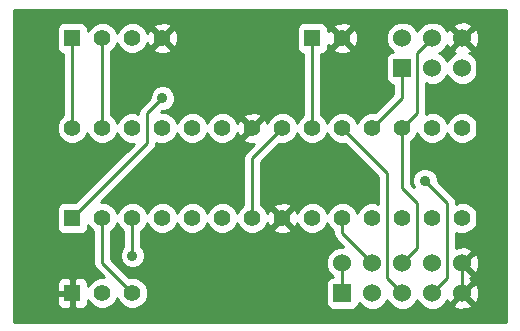
<source format=gtl>
G04 (created by PCBNEW (2013-04-19 BZR 4011)-stable) date 5/10/2013 9:41:03 PM*
%MOIN*%
G04 Gerber Fmt 3.4, Leading zero omitted, Abs format*
%FSLAX34Y34*%
G01*
G70*
G90*
G04 APERTURE LIST*
%ADD10C,0.006*%
%ADD11R,0.055X0.055*%
%ADD12C,0.055*%
%ADD13R,0.06X0.06*%
%ADD14C,0.06*%
%ADD15C,0.035*%
%ADD16C,0.01*%
G04 APERTURE END LIST*
G54D10*
G54D11*
X73500Y-39500D03*
G54D12*
X74500Y-39500D03*
X75500Y-39500D03*
X76500Y-39500D03*
G54D11*
X81500Y-39500D03*
G54D12*
X82500Y-39500D03*
G54D13*
X82500Y-48000D03*
G54D14*
X82500Y-47000D03*
X83500Y-48000D03*
X83500Y-47000D03*
X84500Y-48000D03*
X84500Y-47000D03*
X85500Y-48000D03*
X85500Y-47000D03*
X86500Y-48000D03*
X86500Y-47000D03*
G54D12*
X74500Y-45500D03*
X75500Y-45500D03*
X76500Y-45500D03*
X77500Y-45500D03*
X78500Y-45500D03*
X79500Y-45500D03*
X80500Y-45500D03*
X81500Y-45500D03*
X82500Y-45500D03*
X83500Y-45500D03*
X84500Y-45500D03*
X85500Y-45500D03*
X86500Y-45500D03*
G54D11*
X73500Y-45500D03*
G54D12*
X86500Y-42500D03*
X85500Y-42500D03*
X84500Y-42500D03*
X83500Y-42500D03*
X82500Y-42500D03*
X81500Y-42500D03*
X80500Y-42500D03*
X79500Y-42500D03*
X78500Y-42500D03*
X77500Y-42500D03*
X76500Y-42500D03*
X75500Y-42500D03*
X74500Y-42500D03*
X73500Y-42500D03*
G54D13*
X84500Y-40500D03*
G54D14*
X84500Y-39500D03*
X85500Y-40500D03*
X85500Y-39500D03*
X86500Y-40500D03*
X86500Y-39500D03*
G54D11*
X73500Y-48000D03*
G54D12*
X74500Y-48000D03*
X75500Y-48000D03*
G54D15*
X85250Y-44250D03*
X76500Y-41500D03*
X75500Y-46750D03*
G54D16*
X85250Y-44250D02*
X86000Y-45000D01*
X86000Y-45000D02*
X86000Y-47500D01*
X86000Y-47500D02*
X85500Y-48000D01*
X83500Y-42500D02*
X84500Y-41500D01*
X84500Y-41500D02*
X84500Y-40500D01*
X84500Y-42500D02*
X85000Y-42000D01*
X85000Y-42000D02*
X85000Y-40000D01*
X85000Y-40000D02*
X85500Y-39500D01*
X84500Y-47000D02*
X85000Y-46500D01*
X85000Y-46500D02*
X85000Y-45000D01*
X85000Y-45000D02*
X84500Y-44500D01*
X84500Y-44500D02*
X84500Y-42500D01*
X73500Y-45500D02*
X76000Y-43000D01*
X76000Y-43000D02*
X76000Y-42000D01*
X76000Y-42000D02*
X76500Y-41500D01*
X75500Y-48000D02*
X74500Y-47000D01*
X74500Y-47000D02*
X74500Y-45500D01*
X82500Y-42500D02*
X84000Y-44000D01*
X84000Y-44000D02*
X84000Y-47500D01*
X84000Y-47500D02*
X84500Y-48000D01*
X73500Y-42500D02*
X73500Y-39500D01*
X74500Y-42500D02*
X74500Y-39500D01*
X75500Y-46750D02*
X75500Y-45500D01*
X86500Y-47000D02*
X87000Y-46500D01*
X87000Y-46500D02*
X87000Y-40000D01*
X87000Y-40000D02*
X86500Y-39500D01*
X86500Y-48000D02*
X86500Y-47000D01*
X83500Y-47000D02*
X82500Y-46000D01*
X82500Y-46000D02*
X82500Y-45500D01*
X80500Y-42500D02*
X79500Y-43500D01*
X79500Y-43500D02*
X79500Y-45500D01*
X81500Y-39500D02*
X81500Y-42500D01*
X82500Y-47000D02*
X82500Y-48000D01*
G54D10*
G36*
X87950Y-48950D02*
X87054Y-48950D01*
X87054Y-48081D01*
X87054Y-47081D01*
X87054Y-39581D01*
X87043Y-39363D01*
X86981Y-39212D01*
X86885Y-39184D01*
X86815Y-39255D01*
X86815Y-39114D01*
X86787Y-39018D01*
X86581Y-38945D01*
X86363Y-38956D01*
X86212Y-39018D01*
X86184Y-39114D01*
X86500Y-39429D01*
X86815Y-39114D01*
X86815Y-39255D01*
X86570Y-39500D01*
X86885Y-39815D01*
X86981Y-39787D01*
X87054Y-39581D01*
X87054Y-47081D01*
X87050Y-46988D01*
X87050Y-40391D01*
X86966Y-40188D01*
X86811Y-40034D01*
X86736Y-40002D01*
X86787Y-39981D01*
X86815Y-39885D01*
X86500Y-39570D01*
X86184Y-39885D01*
X86212Y-39981D01*
X86267Y-40000D01*
X86188Y-40033D01*
X86034Y-40188D01*
X86000Y-40269D01*
X85966Y-40188D01*
X85811Y-40034D01*
X85730Y-40000D01*
X85811Y-39966D01*
X85965Y-39811D01*
X85997Y-39736D01*
X86018Y-39787D01*
X86114Y-39815D01*
X86429Y-39500D01*
X86114Y-39184D01*
X86018Y-39212D01*
X85999Y-39267D01*
X85966Y-39188D01*
X85811Y-39034D01*
X85609Y-38950D01*
X85391Y-38949D01*
X85188Y-39033D01*
X85034Y-39188D01*
X85000Y-39269D01*
X84966Y-39188D01*
X84811Y-39034D01*
X84609Y-38950D01*
X84391Y-38949D01*
X84188Y-39033D01*
X84034Y-39188D01*
X83950Y-39390D01*
X83949Y-39608D01*
X84033Y-39811D01*
X84172Y-39949D01*
X84150Y-39949D01*
X84058Y-39987D01*
X83988Y-40058D01*
X83950Y-40150D01*
X83949Y-40249D01*
X83949Y-40849D01*
X83987Y-40941D01*
X84058Y-41011D01*
X84150Y-41049D01*
X84200Y-41049D01*
X84200Y-41375D01*
X83600Y-41975D01*
X83396Y-41974D01*
X83203Y-42054D01*
X83055Y-42202D01*
X83029Y-42263D01*
X83029Y-39575D01*
X83018Y-39367D01*
X82960Y-39227D01*
X82867Y-39202D01*
X82797Y-39273D01*
X82797Y-39132D01*
X82772Y-39039D01*
X82575Y-38970D01*
X82367Y-38981D01*
X82227Y-39039D01*
X82202Y-39132D01*
X82500Y-39429D01*
X82797Y-39132D01*
X82797Y-39273D01*
X82570Y-39500D01*
X82867Y-39797D01*
X82960Y-39772D01*
X83029Y-39575D01*
X83029Y-42263D01*
X82999Y-42335D01*
X82945Y-42203D01*
X82797Y-42055D01*
X82797Y-42054D01*
X82797Y-39867D01*
X82500Y-39570D01*
X82202Y-39867D01*
X82227Y-39960D01*
X82424Y-40029D01*
X82632Y-40018D01*
X82772Y-39960D01*
X82797Y-39867D01*
X82797Y-42054D01*
X82604Y-41975D01*
X82396Y-41974D01*
X82203Y-42054D01*
X82055Y-42202D01*
X81999Y-42335D01*
X81945Y-42203D01*
X81800Y-42057D01*
X81800Y-40025D01*
X81824Y-40025D01*
X81916Y-39987D01*
X81986Y-39916D01*
X82024Y-39824D01*
X82025Y-39737D01*
X82039Y-39772D01*
X82132Y-39797D01*
X82429Y-39500D01*
X82132Y-39202D01*
X82039Y-39227D01*
X82025Y-39268D01*
X82025Y-39175D01*
X81987Y-39083D01*
X81916Y-39013D01*
X81824Y-38975D01*
X81725Y-38974D01*
X81175Y-38974D01*
X81083Y-39012D01*
X81013Y-39083D01*
X80975Y-39175D01*
X80974Y-39274D01*
X80974Y-39824D01*
X81012Y-39916D01*
X81083Y-39986D01*
X81175Y-40024D01*
X81200Y-40024D01*
X81200Y-42057D01*
X81055Y-42202D01*
X80999Y-42335D01*
X80945Y-42203D01*
X80797Y-42055D01*
X80604Y-41975D01*
X80396Y-41974D01*
X80203Y-42054D01*
X80055Y-42202D01*
X80002Y-42328D01*
X79960Y-42227D01*
X79867Y-42202D01*
X79797Y-42273D01*
X79797Y-42132D01*
X79772Y-42039D01*
X79575Y-41970D01*
X79367Y-41981D01*
X79227Y-42039D01*
X79202Y-42132D01*
X79500Y-42429D01*
X79797Y-42132D01*
X79797Y-42273D01*
X79570Y-42500D01*
X79576Y-42505D01*
X79505Y-42576D01*
X79500Y-42570D01*
X79202Y-42867D01*
X79227Y-42960D01*
X79424Y-43029D01*
X79552Y-43022D01*
X79287Y-43287D01*
X79222Y-43385D01*
X79200Y-43500D01*
X79200Y-45057D01*
X79055Y-45202D01*
X78999Y-45335D01*
X78945Y-45203D01*
X78797Y-45055D01*
X78604Y-44975D01*
X78396Y-44974D01*
X78203Y-45054D01*
X78055Y-45202D01*
X77999Y-45335D01*
X77945Y-45203D01*
X77797Y-45055D01*
X77604Y-44975D01*
X77396Y-44974D01*
X77203Y-45054D01*
X77055Y-45202D01*
X76999Y-45335D01*
X76945Y-45203D01*
X76797Y-45055D01*
X76604Y-44975D01*
X76396Y-44974D01*
X76203Y-45054D01*
X76055Y-45202D01*
X75999Y-45335D01*
X75945Y-45203D01*
X75797Y-45055D01*
X75604Y-44975D01*
X75396Y-44974D01*
X75203Y-45054D01*
X75055Y-45202D01*
X74999Y-45335D01*
X74945Y-45203D01*
X74797Y-45055D01*
X74604Y-44975D01*
X74449Y-44974D01*
X76212Y-43212D01*
X76277Y-43114D01*
X76299Y-43000D01*
X76300Y-43000D01*
X76300Y-42985D01*
X76395Y-43024D01*
X76603Y-43025D01*
X76797Y-42945D01*
X76944Y-42797D01*
X77000Y-42664D01*
X77054Y-42797D01*
X77202Y-42944D01*
X77395Y-43024D01*
X77603Y-43025D01*
X77797Y-42945D01*
X77944Y-42797D01*
X78000Y-42664D01*
X78054Y-42797D01*
X78202Y-42944D01*
X78395Y-43024D01*
X78603Y-43025D01*
X78797Y-42945D01*
X78944Y-42797D01*
X78997Y-42671D01*
X79039Y-42772D01*
X79132Y-42797D01*
X79429Y-42500D01*
X79132Y-42202D01*
X79039Y-42227D01*
X79000Y-42337D01*
X78945Y-42203D01*
X78797Y-42055D01*
X78604Y-41975D01*
X78396Y-41974D01*
X78203Y-42054D01*
X78055Y-42202D01*
X77999Y-42335D01*
X77945Y-42203D01*
X77797Y-42055D01*
X77604Y-41975D01*
X77396Y-41974D01*
X77203Y-42054D01*
X77055Y-42202D01*
X77029Y-42263D01*
X77029Y-39575D01*
X77018Y-39367D01*
X76960Y-39227D01*
X76867Y-39202D01*
X76797Y-39273D01*
X76797Y-39132D01*
X76772Y-39039D01*
X76575Y-38970D01*
X76367Y-38981D01*
X76227Y-39039D01*
X76202Y-39132D01*
X76500Y-39429D01*
X76797Y-39132D01*
X76797Y-39273D01*
X76570Y-39500D01*
X76867Y-39797D01*
X76960Y-39772D01*
X77029Y-39575D01*
X77029Y-42263D01*
X76999Y-42335D01*
X76945Y-42203D01*
X76797Y-42055D01*
X76604Y-41975D01*
X76449Y-41974D01*
X76499Y-41924D01*
X76584Y-41925D01*
X76740Y-41860D01*
X76860Y-41741D01*
X76924Y-41584D01*
X76925Y-41415D01*
X76860Y-41259D01*
X76797Y-41196D01*
X76797Y-39867D01*
X76500Y-39570D01*
X76202Y-39867D01*
X76227Y-39960D01*
X76424Y-40029D01*
X76632Y-40018D01*
X76772Y-39960D01*
X76797Y-39867D01*
X76797Y-41196D01*
X76741Y-41139D01*
X76584Y-41075D01*
X76415Y-41074D01*
X76259Y-41139D01*
X76139Y-41258D01*
X76075Y-41415D01*
X76074Y-41500D01*
X75787Y-41787D01*
X75722Y-41885D01*
X75700Y-42000D01*
X75700Y-42014D01*
X75604Y-41975D01*
X75396Y-41974D01*
X75203Y-42054D01*
X75055Y-42202D01*
X74999Y-42335D01*
X74945Y-42203D01*
X74800Y-42057D01*
X74800Y-39942D01*
X74944Y-39797D01*
X75000Y-39664D01*
X75054Y-39797D01*
X75202Y-39944D01*
X75395Y-40024D01*
X75603Y-40025D01*
X75797Y-39945D01*
X75944Y-39797D01*
X75997Y-39671D01*
X76039Y-39772D01*
X76132Y-39797D01*
X76429Y-39500D01*
X76132Y-39202D01*
X76039Y-39227D01*
X76000Y-39337D01*
X75945Y-39203D01*
X75797Y-39055D01*
X75604Y-38975D01*
X75396Y-38974D01*
X75203Y-39054D01*
X75055Y-39202D01*
X74999Y-39335D01*
X74945Y-39203D01*
X74797Y-39055D01*
X74604Y-38975D01*
X74396Y-38974D01*
X74203Y-39054D01*
X74055Y-39202D01*
X74025Y-39274D01*
X74025Y-39175D01*
X73987Y-39083D01*
X73916Y-39013D01*
X73824Y-38975D01*
X73725Y-38974D01*
X73175Y-38974D01*
X73083Y-39012D01*
X73013Y-39083D01*
X72975Y-39175D01*
X72974Y-39274D01*
X72974Y-39824D01*
X73012Y-39916D01*
X73083Y-39986D01*
X73175Y-40024D01*
X73200Y-40024D01*
X73200Y-42057D01*
X73055Y-42202D01*
X72975Y-42395D01*
X72974Y-42603D01*
X73054Y-42797D01*
X73202Y-42944D01*
X73395Y-43024D01*
X73603Y-43025D01*
X73797Y-42945D01*
X73944Y-42797D01*
X74000Y-42664D01*
X74054Y-42797D01*
X74202Y-42944D01*
X74395Y-43024D01*
X74603Y-43025D01*
X74797Y-42945D01*
X74944Y-42797D01*
X75000Y-42664D01*
X75054Y-42797D01*
X75202Y-42944D01*
X75395Y-43024D01*
X75550Y-43025D01*
X73600Y-44974D01*
X73175Y-44974D01*
X73083Y-45012D01*
X73013Y-45083D01*
X72975Y-45175D01*
X72974Y-45274D01*
X72974Y-45824D01*
X73012Y-45916D01*
X73083Y-45986D01*
X73175Y-46024D01*
X73274Y-46025D01*
X73824Y-46025D01*
X73916Y-45987D01*
X73986Y-45916D01*
X74024Y-45824D01*
X74025Y-45725D01*
X74025Y-45725D01*
X74054Y-45797D01*
X74200Y-45942D01*
X74200Y-47000D01*
X74222Y-47114D01*
X74287Y-47212D01*
X74550Y-47475D01*
X74396Y-47474D01*
X74203Y-47554D01*
X74055Y-47702D01*
X74025Y-47774D01*
X74025Y-47774D01*
X74024Y-47675D01*
X73986Y-47583D01*
X73916Y-47512D01*
X73824Y-47474D01*
X73612Y-47475D01*
X73550Y-47537D01*
X73550Y-47950D01*
X73557Y-47950D01*
X73557Y-48050D01*
X73550Y-48050D01*
X73550Y-48462D01*
X73612Y-48525D01*
X73824Y-48525D01*
X73916Y-48487D01*
X73986Y-48416D01*
X74024Y-48324D01*
X74025Y-48225D01*
X74025Y-48225D01*
X74054Y-48297D01*
X74202Y-48444D01*
X74395Y-48524D01*
X74603Y-48525D01*
X74797Y-48445D01*
X74944Y-48297D01*
X75000Y-48164D01*
X75054Y-48297D01*
X75202Y-48444D01*
X75395Y-48524D01*
X75603Y-48525D01*
X75797Y-48445D01*
X75944Y-48297D01*
X76024Y-48104D01*
X76025Y-47896D01*
X75945Y-47703D01*
X75797Y-47555D01*
X75604Y-47475D01*
X75399Y-47474D01*
X74800Y-46875D01*
X74800Y-45942D01*
X74944Y-45797D01*
X75000Y-45664D01*
X75054Y-45797D01*
X75200Y-45942D01*
X75200Y-46448D01*
X75139Y-46508D01*
X75075Y-46665D01*
X75074Y-46834D01*
X75139Y-46990D01*
X75258Y-47110D01*
X75415Y-47174D01*
X75584Y-47175D01*
X75740Y-47110D01*
X75860Y-46991D01*
X75924Y-46834D01*
X75925Y-46665D01*
X75860Y-46509D01*
X75800Y-46448D01*
X75800Y-45942D01*
X75944Y-45797D01*
X76000Y-45664D01*
X76054Y-45797D01*
X76202Y-45944D01*
X76395Y-46024D01*
X76603Y-46025D01*
X76797Y-45945D01*
X76944Y-45797D01*
X77000Y-45664D01*
X77054Y-45797D01*
X77202Y-45944D01*
X77395Y-46024D01*
X77603Y-46025D01*
X77797Y-45945D01*
X77944Y-45797D01*
X78000Y-45664D01*
X78054Y-45797D01*
X78202Y-45944D01*
X78395Y-46024D01*
X78603Y-46025D01*
X78797Y-45945D01*
X78944Y-45797D01*
X79000Y-45664D01*
X79054Y-45797D01*
X79202Y-45944D01*
X79395Y-46024D01*
X79603Y-46025D01*
X79797Y-45945D01*
X79944Y-45797D01*
X79997Y-45671D01*
X80039Y-45772D01*
X80132Y-45797D01*
X80429Y-45500D01*
X80132Y-45202D01*
X80039Y-45227D01*
X80000Y-45337D01*
X79945Y-45203D01*
X79800Y-45057D01*
X79800Y-43624D01*
X80399Y-43024D01*
X80603Y-43025D01*
X80797Y-42945D01*
X80944Y-42797D01*
X81000Y-42664D01*
X81054Y-42797D01*
X81202Y-42944D01*
X81395Y-43024D01*
X81603Y-43025D01*
X81797Y-42945D01*
X81944Y-42797D01*
X82000Y-42664D01*
X82054Y-42797D01*
X82202Y-42944D01*
X82395Y-43024D01*
X82600Y-43025D01*
X83700Y-44124D01*
X83700Y-45014D01*
X83604Y-44975D01*
X83396Y-44974D01*
X83203Y-45054D01*
X83055Y-45202D01*
X82999Y-45335D01*
X82945Y-45203D01*
X82797Y-45055D01*
X82604Y-44975D01*
X82396Y-44974D01*
X82203Y-45054D01*
X82055Y-45202D01*
X81999Y-45335D01*
X81945Y-45203D01*
X81797Y-45055D01*
X81604Y-44975D01*
X81396Y-44974D01*
X81203Y-45054D01*
X81055Y-45202D01*
X81002Y-45328D01*
X80960Y-45227D01*
X80867Y-45202D01*
X80797Y-45273D01*
X80797Y-45132D01*
X80772Y-45039D01*
X80575Y-44970D01*
X80367Y-44981D01*
X80227Y-45039D01*
X80202Y-45132D01*
X80500Y-45429D01*
X80797Y-45132D01*
X80797Y-45273D01*
X80570Y-45500D01*
X80867Y-45797D01*
X80960Y-45772D01*
X80999Y-45662D01*
X81054Y-45797D01*
X81202Y-45944D01*
X81395Y-46024D01*
X81603Y-46025D01*
X81797Y-45945D01*
X81944Y-45797D01*
X82000Y-45664D01*
X82054Y-45797D01*
X82200Y-45942D01*
X82200Y-46000D01*
X82222Y-46114D01*
X82287Y-46212D01*
X82525Y-46450D01*
X82391Y-46449D01*
X82188Y-46533D01*
X82034Y-46688D01*
X81950Y-46890D01*
X81949Y-47108D01*
X82033Y-47311D01*
X82172Y-47449D01*
X82150Y-47449D01*
X82058Y-47487D01*
X81988Y-47558D01*
X81950Y-47650D01*
X81949Y-47749D01*
X81949Y-48349D01*
X81987Y-48441D01*
X82058Y-48511D01*
X82150Y-48549D01*
X82249Y-48550D01*
X82849Y-48550D01*
X82941Y-48512D01*
X83011Y-48441D01*
X83049Y-48349D01*
X83049Y-48327D01*
X83188Y-48465D01*
X83390Y-48549D01*
X83608Y-48550D01*
X83811Y-48466D01*
X83965Y-48311D01*
X83999Y-48230D01*
X84033Y-48311D01*
X84188Y-48465D01*
X84390Y-48549D01*
X84608Y-48550D01*
X84811Y-48466D01*
X84965Y-48311D01*
X84999Y-48230D01*
X85033Y-48311D01*
X85188Y-48465D01*
X85390Y-48549D01*
X85608Y-48550D01*
X85811Y-48466D01*
X85965Y-48311D01*
X85997Y-48236D01*
X86018Y-48287D01*
X86114Y-48315D01*
X86429Y-48000D01*
X86423Y-47994D01*
X86494Y-47923D01*
X86500Y-47929D01*
X86815Y-47614D01*
X86787Y-47518D01*
X86739Y-47501D01*
X86787Y-47481D01*
X86815Y-47385D01*
X86500Y-47070D01*
X86494Y-47076D01*
X86423Y-47005D01*
X86429Y-47000D01*
X86423Y-46994D01*
X86494Y-46923D01*
X86500Y-46929D01*
X86815Y-46614D01*
X86787Y-46518D01*
X86581Y-46445D01*
X86363Y-46456D01*
X86300Y-46482D01*
X86300Y-45985D01*
X86395Y-46024D01*
X86603Y-46025D01*
X86797Y-45945D01*
X86944Y-45797D01*
X87024Y-45604D01*
X87025Y-45396D01*
X86945Y-45203D01*
X86797Y-45055D01*
X86604Y-44975D01*
X86396Y-44974D01*
X86300Y-45014D01*
X86300Y-45000D01*
X86299Y-44999D01*
X86277Y-44885D01*
X86212Y-44787D01*
X86212Y-44787D01*
X85674Y-44250D01*
X85675Y-44165D01*
X85610Y-44009D01*
X85491Y-43889D01*
X85334Y-43825D01*
X85165Y-43824D01*
X85009Y-43889D01*
X84889Y-44008D01*
X84825Y-44165D01*
X84824Y-44334D01*
X84871Y-44447D01*
X84800Y-44375D01*
X84800Y-42942D01*
X84944Y-42797D01*
X85000Y-42664D01*
X85054Y-42797D01*
X85202Y-42944D01*
X85395Y-43024D01*
X85603Y-43025D01*
X85797Y-42945D01*
X85944Y-42797D01*
X86000Y-42664D01*
X86054Y-42797D01*
X86202Y-42944D01*
X86395Y-43024D01*
X86603Y-43025D01*
X86797Y-42945D01*
X86944Y-42797D01*
X87024Y-42604D01*
X87025Y-42396D01*
X86945Y-42203D01*
X86797Y-42055D01*
X86604Y-41975D01*
X86396Y-41974D01*
X86203Y-42054D01*
X86055Y-42202D01*
X85999Y-42335D01*
X85945Y-42203D01*
X85797Y-42055D01*
X85604Y-41975D01*
X85396Y-41974D01*
X85296Y-42015D01*
X85299Y-42000D01*
X85300Y-42000D01*
X85300Y-41012D01*
X85390Y-41049D01*
X85608Y-41050D01*
X85811Y-40966D01*
X85965Y-40811D01*
X85999Y-40730D01*
X86033Y-40811D01*
X86188Y-40965D01*
X86390Y-41049D01*
X86608Y-41050D01*
X86811Y-40966D01*
X86965Y-40811D01*
X87049Y-40609D01*
X87050Y-40391D01*
X87050Y-46988D01*
X87043Y-46863D01*
X86981Y-46712D01*
X86885Y-46684D01*
X86570Y-47000D01*
X86885Y-47315D01*
X86981Y-47287D01*
X87054Y-47081D01*
X87054Y-48081D01*
X87043Y-47863D01*
X86981Y-47712D01*
X86885Y-47684D01*
X86570Y-48000D01*
X86885Y-48315D01*
X86981Y-48287D01*
X87054Y-48081D01*
X87054Y-48950D01*
X86815Y-48950D01*
X86815Y-48385D01*
X86500Y-48070D01*
X86184Y-48385D01*
X86212Y-48481D01*
X86418Y-48554D01*
X86636Y-48543D01*
X86787Y-48481D01*
X86815Y-48385D01*
X86815Y-48950D01*
X80797Y-48950D01*
X80797Y-45867D01*
X80500Y-45570D01*
X80202Y-45867D01*
X80227Y-45960D01*
X80424Y-46029D01*
X80632Y-46018D01*
X80772Y-45960D01*
X80797Y-45867D01*
X80797Y-48950D01*
X73450Y-48950D01*
X73450Y-48462D01*
X73450Y-48050D01*
X73450Y-47950D01*
X73450Y-47537D01*
X73387Y-47475D01*
X73175Y-47474D01*
X73083Y-47512D01*
X73013Y-47583D01*
X72975Y-47675D01*
X72974Y-47774D01*
X72975Y-47887D01*
X73037Y-47950D01*
X73450Y-47950D01*
X73450Y-48050D01*
X73037Y-48050D01*
X72975Y-48112D01*
X72974Y-48225D01*
X72975Y-48324D01*
X73013Y-48416D01*
X73083Y-48487D01*
X73175Y-48525D01*
X73387Y-48525D01*
X73450Y-48462D01*
X73450Y-48950D01*
X71550Y-48950D01*
X71550Y-38550D01*
X87950Y-38550D01*
X87950Y-48950D01*
X87950Y-48950D01*
G37*
G54D16*
X87950Y-48950D02*
X87054Y-48950D01*
X87054Y-48081D01*
X87054Y-47081D01*
X87054Y-39581D01*
X87043Y-39363D01*
X86981Y-39212D01*
X86885Y-39184D01*
X86815Y-39255D01*
X86815Y-39114D01*
X86787Y-39018D01*
X86581Y-38945D01*
X86363Y-38956D01*
X86212Y-39018D01*
X86184Y-39114D01*
X86500Y-39429D01*
X86815Y-39114D01*
X86815Y-39255D01*
X86570Y-39500D01*
X86885Y-39815D01*
X86981Y-39787D01*
X87054Y-39581D01*
X87054Y-47081D01*
X87050Y-46988D01*
X87050Y-40391D01*
X86966Y-40188D01*
X86811Y-40034D01*
X86736Y-40002D01*
X86787Y-39981D01*
X86815Y-39885D01*
X86500Y-39570D01*
X86184Y-39885D01*
X86212Y-39981D01*
X86267Y-40000D01*
X86188Y-40033D01*
X86034Y-40188D01*
X86000Y-40269D01*
X85966Y-40188D01*
X85811Y-40034D01*
X85730Y-40000D01*
X85811Y-39966D01*
X85965Y-39811D01*
X85997Y-39736D01*
X86018Y-39787D01*
X86114Y-39815D01*
X86429Y-39500D01*
X86114Y-39184D01*
X86018Y-39212D01*
X85999Y-39267D01*
X85966Y-39188D01*
X85811Y-39034D01*
X85609Y-38950D01*
X85391Y-38949D01*
X85188Y-39033D01*
X85034Y-39188D01*
X85000Y-39269D01*
X84966Y-39188D01*
X84811Y-39034D01*
X84609Y-38950D01*
X84391Y-38949D01*
X84188Y-39033D01*
X84034Y-39188D01*
X83950Y-39390D01*
X83949Y-39608D01*
X84033Y-39811D01*
X84172Y-39949D01*
X84150Y-39949D01*
X84058Y-39987D01*
X83988Y-40058D01*
X83950Y-40150D01*
X83949Y-40249D01*
X83949Y-40849D01*
X83987Y-40941D01*
X84058Y-41011D01*
X84150Y-41049D01*
X84200Y-41049D01*
X84200Y-41375D01*
X83600Y-41975D01*
X83396Y-41974D01*
X83203Y-42054D01*
X83055Y-42202D01*
X83029Y-42263D01*
X83029Y-39575D01*
X83018Y-39367D01*
X82960Y-39227D01*
X82867Y-39202D01*
X82797Y-39273D01*
X82797Y-39132D01*
X82772Y-39039D01*
X82575Y-38970D01*
X82367Y-38981D01*
X82227Y-39039D01*
X82202Y-39132D01*
X82500Y-39429D01*
X82797Y-39132D01*
X82797Y-39273D01*
X82570Y-39500D01*
X82867Y-39797D01*
X82960Y-39772D01*
X83029Y-39575D01*
X83029Y-42263D01*
X82999Y-42335D01*
X82945Y-42203D01*
X82797Y-42055D01*
X82797Y-42054D01*
X82797Y-39867D01*
X82500Y-39570D01*
X82202Y-39867D01*
X82227Y-39960D01*
X82424Y-40029D01*
X82632Y-40018D01*
X82772Y-39960D01*
X82797Y-39867D01*
X82797Y-42054D01*
X82604Y-41975D01*
X82396Y-41974D01*
X82203Y-42054D01*
X82055Y-42202D01*
X81999Y-42335D01*
X81945Y-42203D01*
X81800Y-42057D01*
X81800Y-40025D01*
X81824Y-40025D01*
X81916Y-39987D01*
X81986Y-39916D01*
X82024Y-39824D01*
X82025Y-39737D01*
X82039Y-39772D01*
X82132Y-39797D01*
X82429Y-39500D01*
X82132Y-39202D01*
X82039Y-39227D01*
X82025Y-39268D01*
X82025Y-39175D01*
X81987Y-39083D01*
X81916Y-39013D01*
X81824Y-38975D01*
X81725Y-38974D01*
X81175Y-38974D01*
X81083Y-39012D01*
X81013Y-39083D01*
X80975Y-39175D01*
X80974Y-39274D01*
X80974Y-39824D01*
X81012Y-39916D01*
X81083Y-39986D01*
X81175Y-40024D01*
X81200Y-40024D01*
X81200Y-42057D01*
X81055Y-42202D01*
X80999Y-42335D01*
X80945Y-42203D01*
X80797Y-42055D01*
X80604Y-41975D01*
X80396Y-41974D01*
X80203Y-42054D01*
X80055Y-42202D01*
X80002Y-42328D01*
X79960Y-42227D01*
X79867Y-42202D01*
X79797Y-42273D01*
X79797Y-42132D01*
X79772Y-42039D01*
X79575Y-41970D01*
X79367Y-41981D01*
X79227Y-42039D01*
X79202Y-42132D01*
X79500Y-42429D01*
X79797Y-42132D01*
X79797Y-42273D01*
X79570Y-42500D01*
X79576Y-42505D01*
X79505Y-42576D01*
X79500Y-42570D01*
X79202Y-42867D01*
X79227Y-42960D01*
X79424Y-43029D01*
X79552Y-43022D01*
X79287Y-43287D01*
X79222Y-43385D01*
X79200Y-43500D01*
X79200Y-45057D01*
X79055Y-45202D01*
X78999Y-45335D01*
X78945Y-45203D01*
X78797Y-45055D01*
X78604Y-44975D01*
X78396Y-44974D01*
X78203Y-45054D01*
X78055Y-45202D01*
X77999Y-45335D01*
X77945Y-45203D01*
X77797Y-45055D01*
X77604Y-44975D01*
X77396Y-44974D01*
X77203Y-45054D01*
X77055Y-45202D01*
X76999Y-45335D01*
X76945Y-45203D01*
X76797Y-45055D01*
X76604Y-44975D01*
X76396Y-44974D01*
X76203Y-45054D01*
X76055Y-45202D01*
X75999Y-45335D01*
X75945Y-45203D01*
X75797Y-45055D01*
X75604Y-44975D01*
X75396Y-44974D01*
X75203Y-45054D01*
X75055Y-45202D01*
X74999Y-45335D01*
X74945Y-45203D01*
X74797Y-45055D01*
X74604Y-44975D01*
X74449Y-44974D01*
X76212Y-43212D01*
X76277Y-43114D01*
X76299Y-43000D01*
X76300Y-43000D01*
X76300Y-42985D01*
X76395Y-43024D01*
X76603Y-43025D01*
X76797Y-42945D01*
X76944Y-42797D01*
X77000Y-42664D01*
X77054Y-42797D01*
X77202Y-42944D01*
X77395Y-43024D01*
X77603Y-43025D01*
X77797Y-42945D01*
X77944Y-42797D01*
X78000Y-42664D01*
X78054Y-42797D01*
X78202Y-42944D01*
X78395Y-43024D01*
X78603Y-43025D01*
X78797Y-42945D01*
X78944Y-42797D01*
X78997Y-42671D01*
X79039Y-42772D01*
X79132Y-42797D01*
X79429Y-42500D01*
X79132Y-42202D01*
X79039Y-42227D01*
X79000Y-42337D01*
X78945Y-42203D01*
X78797Y-42055D01*
X78604Y-41975D01*
X78396Y-41974D01*
X78203Y-42054D01*
X78055Y-42202D01*
X77999Y-42335D01*
X77945Y-42203D01*
X77797Y-42055D01*
X77604Y-41975D01*
X77396Y-41974D01*
X77203Y-42054D01*
X77055Y-42202D01*
X77029Y-42263D01*
X77029Y-39575D01*
X77018Y-39367D01*
X76960Y-39227D01*
X76867Y-39202D01*
X76797Y-39273D01*
X76797Y-39132D01*
X76772Y-39039D01*
X76575Y-38970D01*
X76367Y-38981D01*
X76227Y-39039D01*
X76202Y-39132D01*
X76500Y-39429D01*
X76797Y-39132D01*
X76797Y-39273D01*
X76570Y-39500D01*
X76867Y-39797D01*
X76960Y-39772D01*
X77029Y-39575D01*
X77029Y-42263D01*
X76999Y-42335D01*
X76945Y-42203D01*
X76797Y-42055D01*
X76604Y-41975D01*
X76449Y-41974D01*
X76499Y-41924D01*
X76584Y-41925D01*
X76740Y-41860D01*
X76860Y-41741D01*
X76924Y-41584D01*
X76925Y-41415D01*
X76860Y-41259D01*
X76797Y-41196D01*
X76797Y-39867D01*
X76500Y-39570D01*
X76202Y-39867D01*
X76227Y-39960D01*
X76424Y-40029D01*
X76632Y-40018D01*
X76772Y-39960D01*
X76797Y-39867D01*
X76797Y-41196D01*
X76741Y-41139D01*
X76584Y-41075D01*
X76415Y-41074D01*
X76259Y-41139D01*
X76139Y-41258D01*
X76075Y-41415D01*
X76074Y-41500D01*
X75787Y-41787D01*
X75722Y-41885D01*
X75700Y-42000D01*
X75700Y-42014D01*
X75604Y-41975D01*
X75396Y-41974D01*
X75203Y-42054D01*
X75055Y-42202D01*
X74999Y-42335D01*
X74945Y-42203D01*
X74800Y-42057D01*
X74800Y-39942D01*
X74944Y-39797D01*
X75000Y-39664D01*
X75054Y-39797D01*
X75202Y-39944D01*
X75395Y-40024D01*
X75603Y-40025D01*
X75797Y-39945D01*
X75944Y-39797D01*
X75997Y-39671D01*
X76039Y-39772D01*
X76132Y-39797D01*
X76429Y-39500D01*
X76132Y-39202D01*
X76039Y-39227D01*
X76000Y-39337D01*
X75945Y-39203D01*
X75797Y-39055D01*
X75604Y-38975D01*
X75396Y-38974D01*
X75203Y-39054D01*
X75055Y-39202D01*
X74999Y-39335D01*
X74945Y-39203D01*
X74797Y-39055D01*
X74604Y-38975D01*
X74396Y-38974D01*
X74203Y-39054D01*
X74055Y-39202D01*
X74025Y-39274D01*
X74025Y-39175D01*
X73987Y-39083D01*
X73916Y-39013D01*
X73824Y-38975D01*
X73725Y-38974D01*
X73175Y-38974D01*
X73083Y-39012D01*
X73013Y-39083D01*
X72975Y-39175D01*
X72974Y-39274D01*
X72974Y-39824D01*
X73012Y-39916D01*
X73083Y-39986D01*
X73175Y-40024D01*
X73200Y-40024D01*
X73200Y-42057D01*
X73055Y-42202D01*
X72975Y-42395D01*
X72974Y-42603D01*
X73054Y-42797D01*
X73202Y-42944D01*
X73395Y-43024D01*
X73603Y-43025D01*
X73797Y-42945D01*
X73944Y-42797D01*
X74000Y-42664D01*
X74054Y-42797D01*
X74202Y-42944D01*
X74395Y-43024D01*
X74603Y-43025D01*
X74797Y-42945D01*
X74944Y-42797D01*
X75000Y-42664D01*
X75054Y-42797D01*
X75202Y-42944D01*
X75395Y-43024D01*
X75550Y-43025D01*
X73600Y-44974D01*
X73175Y-44974D01*
X73083Y-45012D01*
X73013Y-45083D01*
X72975Y-45175D01*
X72974Y-45274D01*
X72974Y-45824D01*
X73012Y-45916D01*
X73083Y-45986D01*
X73175Y-46024D01*
X73274Y-46025D01*
X73824Y-46025D01*
X73916Y-45987D01*
X73986Y-45916D01*
X74024Y-45824D01*
X74025Y-45725D01*
X74025Y-45725D01*
X74054Y-45797D01*
X74200Y-45942D01*
X74200Y-47000D01*
X74222Y-47114D01*
X74287Y-47212D01*
X74550Y-47475D01*
X74396Y-47474D01*
X74203Y-47554D01*
X74055Y-47702D01*
X74025Y-47774D01*
X74025Y-47774D01*
X74024Y-47675D01*
X73986Y-47583D01*
X73916Y-47512D01*
X73824Y-47474D01*
X73612Y-47475D01*
X73550Y-47537D01*
X73550Y-47950D01*
X73557Y-47950D01*
X73557Y-48050D01*
X73550Y-48050D01*
X73550Y-48462D01*
X73612Y-48525D01*
X73824Y-48525D01*
X73916Y-48487D01*
X73986Y-48416D01*
X74024Y-48324D01*
X74025Y-48225D01*
X74025Y-48225D01*
X74054Y-48297D01*
X74202Y-48444D01*
X74395Y-48524D01*
X74603Y-48525D01*
X74797Y-48445D01*
X74944Y-48297D01*
X75000Y-48164D01*
X75054Y-48297D01*
X75202Y-48444D01*
X75395Y-48524D01*
X75603Y-48525D01*
X75797Y-48445D01*
X75944Y-48297D01*
X76024Y-48104D01*
X76025Y-47896D01*
X75945Y-47703D01*
X75797Y-47555D01*
X75604Y-47475D01*
X75399Y-47474D01*
X74800Y-46875D01*
X74800Y-45942D01*
X74944Y-45797D01*
X75000Y-45664D01*
X75054Y-45797D01*
X75200Y-45942D01*
X75200Y-46448D01*
X75139Y-46508D01*
X75075Y-46665D01*
X75074Y-46834D01*
X75139Y-46990D01*
X75258Y-47110D01*
X75415Y-47174D01*
X75584Y-47175D01*
X75740Y-47110D01*
X75860Y-46991D01*
X75924Y-46834D01*
X75925Y-46665D01*
X75860Y-46509D01*
X75800Y-46448D01*
X75800Y-45942D01*
X75944Y-45797D01*
X76000Y-45664D01*
X76054Y-45797D01*
X76202Y-45944D01*
X76395Y-46024D01*
X76603Y-46025D01*
X76797Y-45945D01*
X76944Y-45797D01*
X77000Y-45664D01*
X77054Y-45797D01*
X77202Y-45944D01*
X77395Y-46024D01*
X77603Y-46025D01*
X77797Y-45945D01*
X77944Y-45797D01*
X78000Y-45664D01*
X78054Y-45797D01*
X78202Y-45944D01*
X78395Y-46024D01*
X78603Y-46025D01*
X78797Y-45945D01*
X78944Y-45797D01*
X79000Y-45664D01*
X79054Y-45797D01*
X79202Y-45944D01*
X79395Y-46024D01*
X79603Y-46025D01*
X79797Y-45945D01*
X79944Y-45797D01*
X79997Y-45671D01*
X80039Y-45772D01*
X80132Y-45797D01*
X80429Y-45500D01*
X80132Y-45202D01*
X80039Y-45227D01*
X80000Y-45337D01*
X79945Y-45203D01*
X79800Y-45057D01*
X79800Y-43624D01*
X80399Y-43024D01*
X80603Y-43025D01*
X80797Y-42945D01*
X80944Y-42797D01*
X81000Y-42664D01*
X81054Y-42797D01*
X81202Y-42944D01*
X81395Y-43024D01*
X81603Y-43025D01*
X81797Y-42945D01*
X81944Y-42797D01*
X82000Y-42664D01*
X82054Y-42797D01*
X82202Y-42944D01*
X82395Y-43024D01*
X82600Y-43025D01*
X83700Y-44124D01*
X83700Y-45014D01*
X83604Y-44975D01*
X83396Y-44974D01*
X83203Y-45054D01*
X83055Y-45202D01*
X82999Y-45335D01*
X82945Y-45203D01*
X82797Y-45055D01*
X82604Y-44975D01*
X82396Y-44974D01*
X82203Y-45054D01*
X82055Y-45202D01*
X81999Y-45335D01*
X81945Y-45203D01*
X81797Y-45055D01*
X81604Y-44975D01*
X81396Y-44974D01*
X81203Y-45054D01*
X81055Y-45202D01*
X81002Y-45328D01*
X80960Y-45227D01*
X80867Y-45202D01*
X80797Y-45273D01*
X80797Y-45132D01*
X80772Y-45039D01*
X80575Y-44970D01*
X80367Y-44981D01*
X80227Y-45039D01*
X80202Y-45132D01*
X80500Y-45429D01*
X80797Y-45132D01*
X80797Y-45273D01*
X80570Y-45500D01*
X80867Y-45797D01*
X80960Y-45772D01*
X80999Y-45662D01*
X81054Y-45797D01*
X81202Y-45944D01*
X81395Y-46024D01*
X81603Y-46025D01*
X81797Y-45945D01*
X81944Y-45797D01*
X82000Y-45664D01*
X82054Y-45797D01*
X82200Y-45942D01*
X82200Y-46000D01*
X82222Y-46114D01*
X82287Y-46212D01*
X82525Y-46450D01*
X82391Y-46449D01*
X82188Y-46533D01*
X82034Y-46688D01*
X81950Y-46890D01*
X81949Y-47108D01*
X82033Y-47311D01*
X82172Y-47449D01*
X82150Y-47449D01*
X82058Y-47487D01*
X81988Y-47558D01*
X81950Y-47650D01*
X81949Y-47749D01*
X81949Y-48349D01*
X81987Y-48441D01*
X82058Y-48511D01*
X82150Y-48549D01*
X82249Y-48550D01*
X82849Y-48550D01*
X82941Y-48512D01*
X83011Y-48441D01*
X83049Y-48349D01*
X83049Y-48327D01*
X83188Y-48465D01*
X83390Y-48549D01*
X83608Y-48550D01*
X83811Y-48466D01*
X83965Y-48311D01*
X83999Y-48230D01*
X84033Y-48311D01*
X84188Y-48465D01*
X84390Y-48549D01*
X84608Y-48550D01*
X84811Y-48466D01*
X84965Y-48311D01*
X84999Y-48230D01*
X85033Y-48311D01*
X85188Y-48465D01*
X85390Y-48549D01*
X85608Y-48550D01*
X85811Y-48466D01*
X85965Y-48311D01*
X85997Y-48236D01*
X86018Y-48287D01*
X86114Y-48315D01*
X86429Y-48000D01*
X86423Y-47994D01*
X86494Y-47923D01*
X86500Y-47929D01*
X86815Y-47614D01*
X86787Y-47518D01*
X86739Y-47501D01*
X86787Y-47481D01*
X86815Y-47385D01*
X86500Y-47070D01*
X86494Y-47076D01*
X86423Y-47005D01*
X86429Y-47000D01*
X86423Y-46994D01*
X86494Y-46923D01*
X86500Y-46929D01*
X86815Y-46614D01*
X86787Y-46518D01*
X86581Y-46445D01*
X86363Y-46456D01*
X86300Y-46482D01*
X86300Y-45985D01*
X86395Y-46024D01*
X86603Y-46025D01*
X86797Y-45945D01*
X86944Y-45797D01*
X87024Y-45604D01*
X87025Y-45396D01*
X86945Y-45203D01*
X86797Y-45055D01*
X86604Y-44975D01*
X86396Y-44974D01*
X86300Y-45014D01*
X86300Y-45000D01*
X86299Y-44999D01*
X86277Y-44885D01*
X86212Y-44787D01*
X86212Y-44787D01*
X85674Y-44250D01*
X85675Y-44165D01*
X85610Y-44009D01*
X85491Y-43889D01*
X85334Y-43825D01*
X85165Y-43824D01*
X85009Y-43889D01*
X84889Y-44008D01*
X84825Y-44165D01*
X84824Y-44334D01*
X84871Y-44447D01*
X84800Y-44375D01*
X84800Y-42942D01*
X84944Y-42797D01*
X85000Y-42664D01*
X85054Y-42797D01*
X85202Y-42944D01*
X85395Y-43024D01*
X85603Y-43025D01*
X85797Y-42945D01*
X85944Y-42797D01*
X86000Y-42664D01*
X86054Y-42797D01*
X86202Y-42944D01*
X86395Y-43024D01*
X86603Y-43025D01*
X86797Y-42945D01*
X86944Y-42797D01*
X87024Y-42604D01*
X87025Y-42396D01*
X86945Y-42203D01*
X86797Y-42055D01*
X86604Y-41975D01*
X86396Y-41974D01*
X86203Y-42054D01*
X86055Y-42202D01*
X85999Y-42335D01*
X85945Y-42203D01*
X85797Y-42055D01*
X85604Y-41975D01*
X85396Y-41974D01*
X85296Y-42015D01*
X85299Y-42000D01*
X85300Y-42000D01*
X85300Y-41012D01*
X85390Y-41049D01*
X85608Y-41050D01*
X85811Y-40966D01*
X85965Y-40811D01*
X85999Y-40730D01*
X86033Y-40811D01*
X86188Y-40965D01*
X86390Y-41049D01*
X86608Y-41050D01*
X86811Y-40966D01*
X86965Y-40811D01*
X87049Y-40609D01*
X87050Y-40391D01*
X87050Y-46988D01*
X87043Y-46863D01*
X86981Y-46712D01*
X86885Y-46684D01*
X86570Y-47000D01*
X86885Y-47315D01*
X86981Y-47287D01*
X87054Y-47081D01*
X87054Y-48081D01*
X87043Y-47863D01*
X86981Y-47712D01*
X86885Y-47684D01*
X86570Y-48000D01*
X86885Y-48315D01*
X86981Y-48287D01*
X87054Y-48081D01*
X87054Y-48950D01*
X86815Y-48950D01*
X86815Y-48385D01*
X86500Y-48070D01*
X86184Y-48385D01*
X86212Y-48481D01*
X86418Y-48554D01*
X86636Y-48543D01*
X86787Y-48481D01*
X86815Y-48385D01*
X86815Y-48950D01*
X80797Y-48950D01*
X80797Y-45867D01*
X80500Y-45570D01*
X80202Y-45867D01*
X80227Y-45960D01*
X80424Y-46029D01*
X80632Y-46018D01*
X80772Y-45960D01*
X80797Y-45867D01*
X80797Y-48950D01*
X73450Y-48950D01*
X73450Y-48462D01*
X73450Y-48050D01*
X73450Y-47950D01*
X73450Y-47537D01*
X73387Y-47475D01*
X73175Y-47474D01*
X73083Y-47512D01*
X73013Y-47583D01*
X72975Y-47675D01*
X72974Y-47774D01*
X72975Y-47887D01*
X73037Y-47950D01*
X73450Y-47950D01*
X73450Y-48050D01*
X73037Y-48050D01*
X72975Y-48112D01*
X72974Y-48225D01*
X72975Y-48324D01*
X73013Y-48416D01*
X73083Y-48487D01*
X73175Y-48525D01*
X73387Y-48525D01*
X73450Y-48462D01*
X73450Y-48950D01*
X71550Y-48950D01*
X71550Y-38550D01*
X87950Y-38550D01*
X87950Y-48950D01*
M02*

</source>
